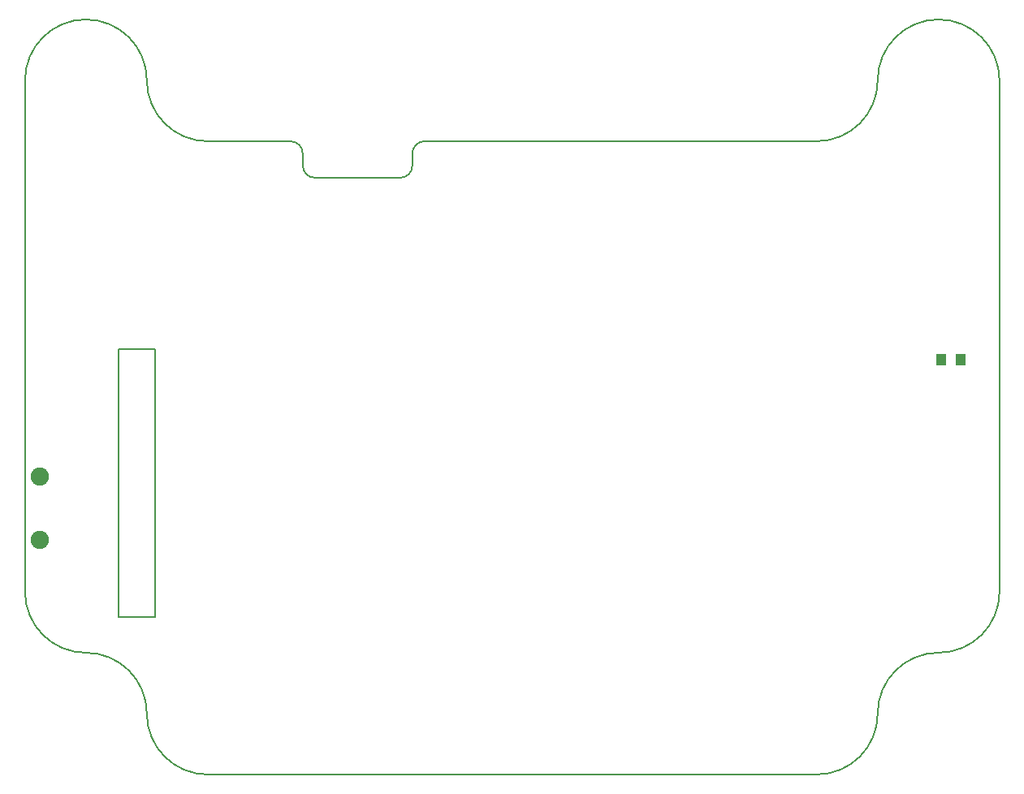
<source format=gtp>
G04 (created by PCBNEW (2013-03-15 BZR 4003)-stable) date 03-Jun-13 5:03:49 PM*
%MOIN*%
G04 Gerber Fmt 3.4, Leading zero omitted, Abs format*
%FSLAX34Y34*%
G01*
G70*
G90*
G04 APERTURE LIST*
%ADD10C,0.006*%
%ADD11C,0.005*%
%ADD12C,0.075*%
%ADD13R,0.04X0.05*%
G04 APERTURE END LIST*
G54D10*
G54D11*
X21400Y-19500D02*
G75*
G03X20900Y-19000I-500J0D01*
G74*
G01*
X26400Y-19000D02*
G75*
G03X25900Y-19500I0J-500D01*
G74*
G01*
X25400Y-20500D02*
G75*
G03X25900Y-20000I0J500D01*
G74*
G01*
X21400Y-20000D02*
G75*
G03X21900Y-20500I500J0D01*
G74*
G01*
X25900Y-19500D02*
X25900Y-20000D01*
X21400Y-19500D02*
X21400Y-20000D01*
X21900Y-20500D02*
X25400Y-20500D01*
X20900Y-19000D02*
X17500Y-19000D01*
X26400Y-19000D02*
X42500Y-19000D01*
X47500Y-40000D02*
G75*
G03X50000Y-37500I0J2500D01*
G74*
G01*
X42500Y-45000D02*
G75*
G03X45000Y-42500I0J2500D01*
G74*
G01*
X47500Y-40000D02*
G75*
G03X45000Y-42500I0J-2500D01*
G74*
G01*
X15000Y-42500D02*
G75*
G03X17500Y-45000I2500J0D01*
G74*
G01*
X10000Y-37500D02*
G75*
G03X12500Y-40000I2500J0D01*
G74*
G01*
X15000Y-42500D02*
G75*
G03X12500Y-40000I-2500J0D01*
G74*
G01*
X42500Y-19000D02*
G75*
G03X45000Y-16500I0J2500D01*
G74*
G01*
X50000Y-16500D02*
G75*
G03X47500Y-14000I-2500J0D01*
G74*
G01*
X47500Y-14000D02*
G75*
G03X45000Y-16500I0J-2500D01*
G74*
G01*
X15000Y-16500D02*
G75*
G03X17500Y-19000I2500J0D01*
G74*
G01*
X15000Y-16500D02*
G75*
G03X12500Y-14000I-2500J0D01*
G74*
G01*
X12500Y-14000D02*
G75*
G03X10000Y-16500I0J-2500D01*
G74*
G01*
X13850Y-38550D02*
X15350Y-38550D01*
X13850Y-27550D02*
X13850Y-38550D01*
X15350Y-27550D02*
X13850Y-27550D01*
X15350Y-38550D02*
X15350Y-27550D01*
X42500Y-45000D02*
X17500Y-45000D01*
X10000Y-37500D02*
X10000Y-16500D01*
X50000Y-16500D02*
X50000Y-37500D01*
G54D12*
X10600Y-35375D03*
X10600Y-32775D03*
G54D13*
X47615Y-27970D03*
X48415Y-27970D03*
M02*

</source>
